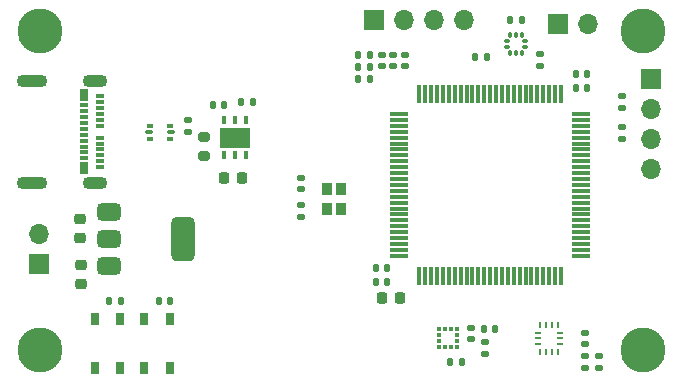
<source format=gbr>
%TF.GenerationSoftware,KiCad,Pcbnew,8.0.6*%
%TF.CreationDate,2024-11-10T20:59:16-05:00*%
%TF.ProjectId,VanguardFlightComputer,56616e67-7561-4726-9446-6c6967687443,rev?*%
%TF.SameCoordinates,Original*%
%TF.FileFunction,Soldermask,Top*%
%TF.FilePolarity,Negative*%
%FSLAX46Y46*%
G04 Gerber Fmt 4.6, Leading zero omitted, Abs format (unit mm)*
G04 Created by KiCad (PCBNEW 8.0.6) date 2024-11-10 20:59:16*
%MOMM*%
%LPD*%
G01*
G04 APERTURE LIST*
G04 Aperture macros list*
%AMRoundRect*
0 Rectangle with rounded corners*
0 $1 Rounding radius*
0 $2 $3 $4 $5 $6 $7 $8 $9 X,Y pos of 4 corners*
0 Add a 4 corners polygon primitive as box body*
4,1,4,$2,$3,$4,$5,$6,$7,$8,$9,$2,$3,0*
0 Add four circle primitives for the rounded corners*
1,1,$1+$1,$2,$3*
1,1,$1+$1,$4,$5*
1,1,$1+$1,$6,$7*
1,1,$1+$1,$8,$9*
0 Add four rect primitives between the rounded corners*
20,1,$1+$1,$2,$3,$4,$5,0*
20,1,$1+$1,$4,$5,$6,$7,0*
20,1,$1+$1,$6,$7,$8,$9,0*
20,1,$1+$1,$8,$9,$2,$3,0*%
G04 Aperture macros list end*
%ADD10R,0.250000X0.475000*%
%ADD11R,0.475000X0.250000*%
%ADD12R,0.900000X1.000000*%
%ADD13R,0.400000X0.800000*%
%ADD14R,2.500000X1.750000*%
%ADD15R,0.700000X0.300000*%
%ADD16R,0.700000X1.000000*%
%ADD17O,2.100000X1.100000*%
%ADD18O,2.600000X1.100000*%
%ADD19RoundRect,0.075000X-0.725000X-0.075000X0.725000X-0.075000X0.725000X0.075000X-0.725000X0.075000X0*%
%ADD20RoundRect,0.075000X-0.075000X-0.725000X0.075000X-0.725000X0.075000X0.725000X-0.075000X0.725000X0*%
%ADD21R,0.650000X1.050000*%
%ADD22RoundRect,0.140000X-0.170000X0.140000X-0.170000X-0.140000X0.170000X-0.140000X0.170000X0.140000X0*%
%ADD23RoundRect,0.140000X0.140000X0.170000X-0.140000X0.170000X-0.140000X-0.170000X0.140000X-0.170000X0*%
%ADD24RoundRect,0.135000X-0.185000X0.135000X-0.185000X-0.135000X0.185000X-0.135000X0.185000X0.135000X0*%
%ADD25C,2.600000*%
%ADD26C,3.800000*%
%ADD27R,1.700000X1.700000*%
%ADD28O,1.700000X1.700000*%
%ADD29RoundRect,0.225000X-0.225000X-0.250000X0.225000X-0.250000X0.225000X0.250000X-0.225000X0.250000X0*%
%ADD30RoundRect,0.225000X0.250000X-0.225000X0.250000X0.225000X-0.250000X0.225000X-0.250000X-0.225000X0*%
%ADD31RoundRect,0.225000X-0.250000X0.225000X-0.250000X-0.225000X0.250000X-0.225000X0.250000X0.225000X0*%
%ADD32RoundRect,0.135000X0.135000X0.185000X-0.135000X0.185000X-0.135000X-0.185000X0.135000X-0.185000X0*%
%ADD33RoundRect,0.140000X0.170000X-0.140000X0.170000X0.140000X-0.170000X0.140000X-0.170000X-0.140000X0*%
%ADD34RoundRect,0.093750X-0.156250X-0.093750X0.156250X-0.093750X0.156250X0.093750X-0.156250X0.093750X0*%
%ADD35RoundRect,0.075000X-0.250000X-0.075000X0.250000X-0.075000X0.250000X0.075000X-0.250000X0.075000X0*%
%ADD36R,0.375000X0.350000*%
%ADD37R,0.350000X0.375000*%
%ADD38RoundRect,0.140000X-0.140000X-0.170000X0.140000X-0.170000X0.140000X0.170000X-0.140000X0.170000X0*%
%ADD39RoundRect,0.225000X0.225000X0.250000X-0.225000X0.250000X-0.225000X-0.250000X0.225000X-0.250000X0*%
%ADD40RoundRect,0.087500X-0.125000X-0.087500X0.125000X-0.087500X0.125000X0.087500X-0.125000X0.087500X0*%
%ADD41RoundRect,0.087500X-0.087500X-0.125000X0.087500X-0.125000X0.087500X0.125000X-0.087500X0.125000X0*%
%ADD42RoundRect,0.375000X-0.625000X-0.375000X0.625000X-0.375000X0.625000X0.375000X-0.625000X0.375000X0*%
%ADD43RoundRect,0.500000X-0.500000X-1.400000X0.500000X-1.400000X0.500000X1.400000X-0.500000X1.400000X0*%
%ADD44RoundRect,0.200000X-0.275000X0.200000X-0.275000X-0.200000X0.275000X-0.200000X0.275000X0.200000X0*%
%ADD45RoundRect,0.135000X-0.135000X-0.185000X0.135000X-0.185000X0.135000X0.185000X-0.135000X0.185000X0*%
%ADD46RoundRect,0.147500X-0.172500X0.147500X-0.172500X-0.147500X0.172500X-0.147500X0.172500X0.147500X0*%
G04 APERTURE END LIST*
D10*
%TO.C,IC2*%
X134850000Y-105163000D03*
X135350000Y-105163000D03*
X135850000Y-105163000D03*
X136350000Y-105163000D03*
D11*
X136512000Y-104500000D03*
X136512000Y-104000000D03*
X136512000Y-103500000D03*
D10*
X136350000Y-102837000D03*
X135850000Y-102837000D03*
X135350000Y-102837000D03*
X134850000Y-102837000D03*
D11*
X134688000Y-103500000D03*
X134688000Y-104000000D03*
X134688000Y-104500000D03*
%TD*%
D12*
%TO.C,Y2*%
X116787000Y-91375000D03*
X116787000Y-93025000D03*
X118013000Y-93025000D03*
X118013000Y-91375000D03*
%TD*%
D13*
%TO.C,IC1*%
X108050000Y-88500000D03*
X109000000Y-88500000D03*
X109950000Y-88500000D03*
X109950000Y-85500000D03*
X109000000Y-85500000D03*
X108050000Y-85500000D03*
D14*
X109000000Y-87000000D03*
%TD*%
D15*
%TO.C,J1*%
X97544052Y-83500000D03*
X97544052Y-84000000D03*
X97544052Y-84500000D03*
X97544052Y-85000000D03*
X97544052Y-85500000D03*
X97544052Y-86000000D03*
X97544052Y-87000000D03*
X97544052Y-87500000D03*
X97544052Y-88000000D03*
X97544052Y-88500000D03*
X97544052Y-89000000D03*
X97544052Y-89500000D03*
D16*
X96244052Y-89600000D03*
D15*
X96244052Y-88750000D03*
X96244052Y-88250000D03*
X96244052Y-87750000D03*
X96244052Y-87250000D03*
X96244052Y-86750000D03*
X96244052Y-86250000D03*
X96244052Y-85750000D03*
X96244052Y-85250000D03*
X96244052Y-84750000D03*
X96244052Y-84250000D03*
D16*
X96244052Y-83400000D03*
D17*
X97134052Y-82180000D03*
D18*
X91774052Y-82180000D03*
D17*
X97134052Y-90820000D03*
D18*
X91774052Y-90820000D03*
%TD*%
D19*
%TO.C,U6*%
X122923863Y-85000000D03*
X122923863Y-85500000D03*
X122923863Y-86000000D03*
X122923863Y-86500000D03*
X122923863Y-87000000D03*
X122923863Y-87500000D03*
X122923863Y-88000000D03*
X122923863Y-88500000D03*
X122923863Y-89000000D03*
X122923863Y-89500000D03*
X122923863Y-90000000D03*
X122923863Y-90500000D03*
X122923863Y-91000000D03*
X122923863Y-91500000D03*
X122923863Y-92000000D03*
X122923863Y-92500000D03*
X122923863Y-93000000D03*
X122923863Y-93500000D03*
X122923863Y-94000000D03*
X122923863Y-94500000D03*
X122923863Y-95000000D03*
X122923863Y-95500000D03*
X122923863Y-96000000D03*
X122923863Y-96500000D03*
X122923863Y-97000000D03*
D20*
X124598863Y-98675000D03*
X125098863Y-98675000D03*
X125598863Y-98675000D03*
X126098863Y-98675000D03*
X126598863Y-98675000D03*
X127098863Y-98675000D03*
X127598863Y-98675000D03*
X128098863Y-98675000D03*
X128598863Y-98675000D03*
X129098863Y-98675000D03*
X129598863Y-98675000D03*
X130098863Y-98675000D03*
X130598863Y-98675000D03*
X131098863Y-98675000D03*
X131598863Y-98675000D03*
X132098863Y-98675000D03*
X132598863Y-98675000D03*
X133098863Y-98675000D03*
X133598863Y-98675000D03*
X134098863Y-98675000D03*
X134598863Y-98675000D03*
X135098863Y-98675000D03*
X135598863Y-98675000D03*
X136098863Y-98675000D03*
X136598863Y-98675000D03*
D19*
X138273863Y-97000000D03*
X138273863Y-96500000D03*
X138273863Y-96000000D03*
X138273863Y-95500000D03*
X138273863Y-95000000D03*
X138273863Y-94500000D03*
X138273863Y-94000000D03*
X138273863Y-93500000D03*
X138273863Y-93000000D03*
X138273863Y-92500000D03*
X138273863Y-92000000D03*
X138273863Y-91500000D03*
X138273863Y-91000000D03*
X138273863Y-90500000D03*
X138273863Y-90000000D03*
X138273863Y-89500000D03*
X138273863Y-89000000D03*
X138273863Y-88500000D03*
X138273863Y-88000000D03*
X138273863Y-87500000D03*
X138273863Y-87000000D03*
X138273863Y-86500000D03*
X138273863Y-86000000D03*
X138273863Y-85500000D03*
X138273863Y-85000000D03*
D20*
X136598863Y-83325000D03*
X136098863Y-83325000D03*
X135598863Y-83325000D03*
X135098863Y-83325000D03*
X134598863Y-83325000D03*
X134098863Y-83325000D03*
X133598863Y-83325000D03*
X133098863Y-83325000D03*
X132598863Y-83325000D03*
X132098863Y-83325000D03*
X131598863Y-83325000D03*
X131098863Y-83325000D03*
X130598863Y-83325000D03*
X130098863Y-83325000D03*
X129598863Y-83325000D03*
X129098863Y-83325000D03*
X128598863Y-83325000D03*
X128098863Y-83325000D03*
X127598863Y-83325000D03*
X127098863Y-83325000D03*
X126598863Y-83325000D03*
X126098863Y-83325000D03*
X125598863Y-83325000D03*
X125098863Y-83325000D03*
X124598863Y-83325000D03*
%TD*%
D21*
%TO.C,SW1*%
X101325000Y-106475000D03*
X101325000Y-102325000D03*
X103475000Y-106475000D03*
X103475000Y-102325000D03*
%TD*%
D22*
%TO.C,C5*%
X121438400Y-79969329D03*
X121438400Y-80929329D03*
%TD*%
%TO.C,C21*%
X138600000Y-105520000D03*
X138600000Y-106480000D03*
%TD*%
D23*
%TO.C,C8*%
X120400000Y-80000000D03*
X119440000Y-80000000D03*
%TD*%
D22*
%TO.C,C18*%
X114600000Y-90420000D03*
X114600000Y-91380000D03*
%TD*%
D24*
%TO.C,R10*%
X141800000Y-83490000D03*
X141800000Y-84510000D03*
%TD*%
D25*
%TO.C,H5*%
X143500000Y-78000000D03*
D26*
X143500000Y-78000000D03*
%TD*%
D27*
%TO.C,J5*%
X144200000Y-82000000D03*
D28*
X144200000Y-84540000D03*
X144200000Y-87080000D03*
X144200000Y-89620000D03*
%TD*%
D25*
%TO.C,H6*%
X92500000Y-105000000D03*
D26*
X92500000Y-105000000D03*
%TD*%
D29*
%TO.C,C13*%
X108025000Y-90400000D03*
X109575000Y-90400000D03*
%TD*%
D30*
%TO.C,C10*%
X95850000Y-95475000D03*
X95850000Y-93925000D03*
%TD*%
D23*
%TO.C,C30*%
X103480000Y-100800000D03*
X102520000Y-100800000D03*
%TD*%
D31*
%TO.C,C9*%
X96000000Y-97800000D03*
X96000000Y-99350000D03*
%TD*%
D27*
%TO.C,J6*%
X136325000Y-77400000D03*
D28*
X138865000Y-77400000D03*
%TD*%
D22*
%TO.C,C25*%
X130200000Y-104320000D03*
X130200000Y-105280000D03*
%TD*%
D26*
%TO.C,H1*%
X92500000Y-78000000D03*
D25*
X92500000Y-78000000D03*
%TD*%
D22*
%TO.C,C4*%
X122361017Y-79968433D03*
X122361017Y-80928433D03*
%TD*%
D32*
%TO.C,R8*%
X99310000Y-100800000D03*
X98290000Y-100800000D03*
%TD*%
D24*
%TO.C,R9*%
X141800000Y-86090000D03*
X141800000Y-87110000D03*
%TD*%
D33*
%TO.C,C20*%
X138600000Y-104480000D03*
X138600000Y-103520000D03*
%TD*%
D34*
%TO.C,U3*%
X101800000Y-86000000D03*
D35*
X101725000Y-86537500D03*
D34*
X101800000Y-87075000D03*
X103500000Y-87075000D03*
D35*
X103575000Y-86537500D03*
D34*
X103500000Y-86000000D03*
%TD*%
D36*
%TO.C,U4*%
X126287500Y-103212500D03*
X126287500Y-103712500D03*
X126287500Y-104212500D03*
X126287500Y-104712500D03*
D37*
X126800000Y-104725000D03*
X127300000Y-104725000D03*
D36*
X127812500Y-104712500D03*
X127812500Y-104212500D03*
X127812500Y-103712500D03*
X127812500Y-103212500D03*
D37*
X127300000Y-103200000D03*
X126800000Y-103200000D03*
%TD*%
D38*
%TO.C,C15*%
X138825000Y-82800000D03*
X137865000Y-82800000D03*
%TD*%
%TO.C,C1*%
X121880000Y-98000000D03*
X120920000Y-98000000D03*
%TD*%
D22*
%TO.C,C26*%
X129000000Y-103120000D03*
X129000000Y-104080000D03*
%TD*%
D38*
%TO.C,C24*%
X130046567Y-103198379D03*
X131006567Y-103198379D03*
%TD*%
D27*
%TO.C,J8*%
X92400000Y-97675000D03*
D28*
X92400000Y-95135000D03*
%TD*%
D26*
%TO.C,H7*%
X143500000Y-105000000D03*
D25*
X143500000Y-105000000D03*
%TD*%
D38*
%TO.C,C2*%
X121880000Y-99200000D03*
X120920000Y-99200000D03*
%TD*%
D39*
%TO.C,FB1*%
X121425000Y-100600000D03*
X122975000Y-100600000D03*
%TD*%
D40*
%TO.C,U5*%
X132037500Y-78837500D03*
X132037500Y-79337500D03*
D41*
X132300000Y-79850000D03*
X132800000Y-79850000D03*
X133300000Y-79850000D03*
D40*
X133562500Y-79337500D03*
X133562500Y-78837500D03*
D41*
X133300000Y-78325000D03*
X132800000Y-78325000D03*
X132300000Y-78325000D03*
%TD*%
D27*
%TO.C,J7*%
X120780000Y-77000000D03*
D28*
X123320000Y-77000000D03*
X125860000Y-77000000D03*
X128400000Y-77000000D03*
%TD*%
D42*
%TO.C,U2*%
X98300000Y-93300000D03*
X98300000Y-95600000D03*
D43*
X104600000Y-95600000D03*
D42*
X98300000Y-97900000D03*
%TD*%
D38*
%TO.C,C27*%
X132320000Y-77050000D03*
X133280000Y-77050000D03*
%TD*%
%TO.C,C11*%
X107120000Y-84200000D03*
X108080000Y-84200000D03*
%TD*%
%TO.C,C12*%
X109520000Y-84000000D03*
X110480000Y-84000000D03*
%TD*%
D23*
%TO.C,C6*%
X120400000Y-80990074D03*
X119440000Y-80990074D03*
%TD*%
%TO.C,C7*%
X120400000Y-82000000D03*
X119440000Y-82000000D03*
%TD*%
D38*
%TO.C,C23*%
X127232500Y-106000000D03*
X128192500Y-106000000D03*
%TD*%
D44*
%TO.C,R1*%
X106384585Y-86926910D03*
X106384585Y-88576910D03*
%TD*%
D21*
%TO.C,SW2*%
X99275000Y-102325000D03*
X99275000Y-106475000D03*
X97125000Y-102325000D03*
X97125000Y-106475000D03*
%TD*%
D22*
%TO.C,C22*%
X139800000Y-105520000D03*
X139800000Y-106480000D03*
%TD*%
%TO.C,C19*%
X114600000Y-92720000D03*
X114600000Y-93680000D03*
%TD*%
%TO.C,C3*%
X123361017Y-79968433D03*
X123361017Y-80928433D03*
%TD*%
D38*
%TO.C,C14*%
X138825000Y-81600000D03*
X137865000Y-81600000D03*
%TD*%
D45*
%TO.C,R2*%
X129290000Y-80200000D03*
X130310000Y-80200000D03*
%TD*%
D46*
%TO.C,D1*%
X105000000Y-85515000D03*
X105000000Y-86485000D03*
%TD*%
D24*
%TO.C,R3*%
X134800000Y-79890000D03*
X134800000Y-80910000D03*
%TD*%
M02*

</source>
